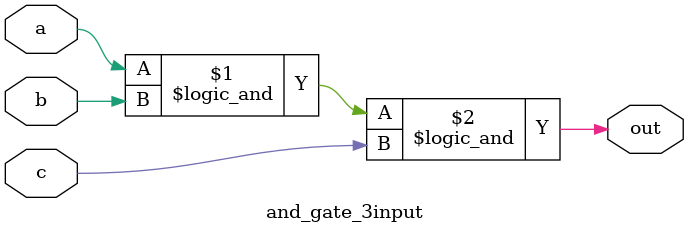
<source format=v>
module and_gate_3input(a,b,c,out);
    input a;
    input b;
    input c;
    output out;

    assign out = ( a && b && c);
endmodule
</source>
